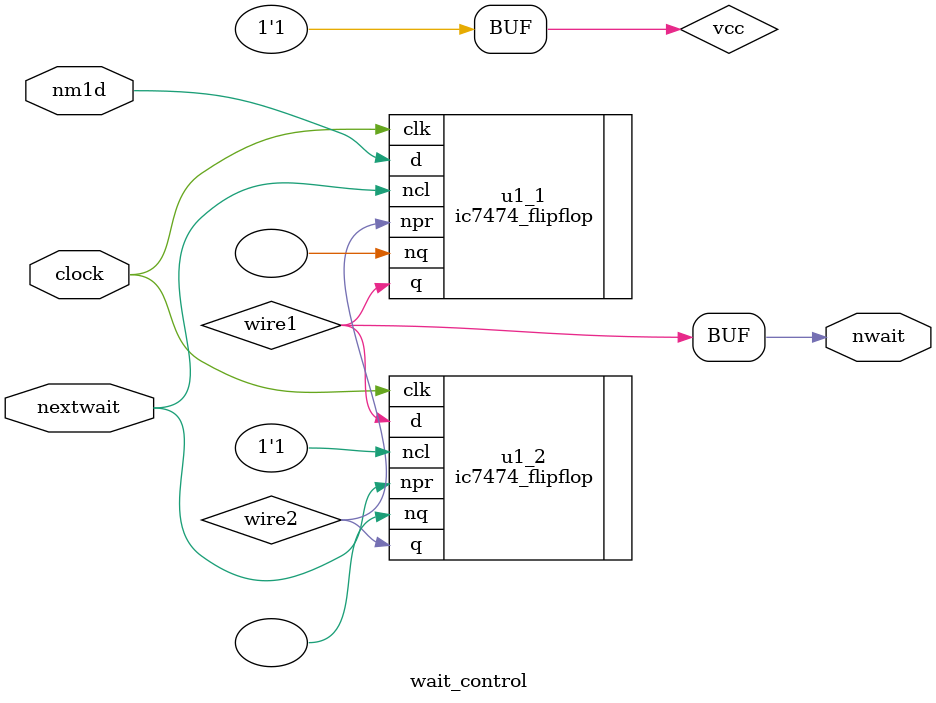
<source format=v>
`include "7474.v"

`timescale 1ns/1ps

module wait_control(input wire clock, nextwait, nm1d, output wire nwait);
    wire wire1, wire2;
    supply1 vcc;
    ic7474_flipflop u1_1(.npr(wire2), .ncl(nextwait), .clk(clock), .d(nm1d), .q(wire1), .nq());
    ic7474_flipflop u1_2(.npr(nextwait), .ncl(vcc), .clk(clock), .d(wire1), .q(wire2), .nq());
    assign nwait = wire1;
endmodule

</source>
